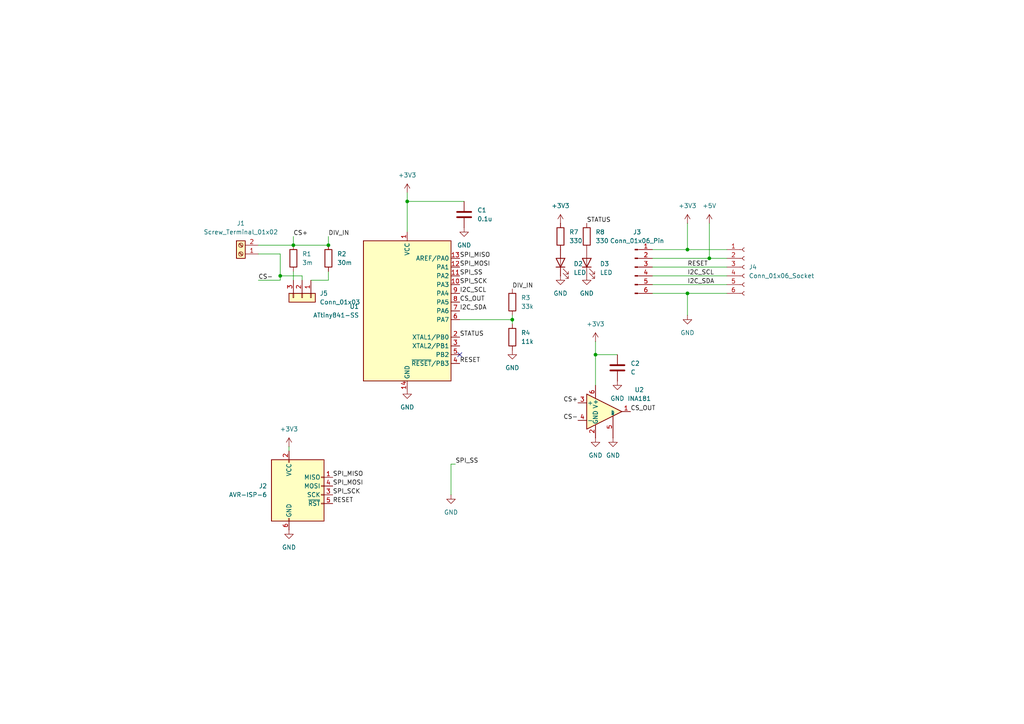
<source format=kicad_sch>
(kicad_sch (version 20231120) (generator "eeschema") (generator_version "8.0")
  (paper "A4")
  (lib_symbols
    (symbol "Amplifier_Current:INA181" (pin_names (offset 0.127))
      (property "Reference" "U" (at 3.81 3.81 0))
      (property "Value" "INA181" (at 3.81 -2.54 0))
      (symbol "INA181_0_1"
        (polyline (pts (xy 5.08 0) (xy -5.08 5.08) (xy -5.08 -5.08) (xy 5.08 0)) (stroke (width 0.254)) (fill (type background)))
      )
      (symbol "INA181_1_1"
        (pin output line (at 7.62 0 180) (length 2.54) (name "~") (number "1"))
        (pin power_in line (at -2.54 -7.62 90) (length 3.81) (name "GND") (number "2"))
        (pin input line (at -7.62 2.54 0) (length 2.54) (name "+") (number "3"))
        (pin input line (at -7.62 -2.54 0) (length 2.54) (name "-") (number "4"))
        (pin input line (at 2.54 -7.62 90) (length 6.35) (name "REF") (number "5"))
        (pin power_in line (at -2.54 7.62 270) (length 3.81) (name "V+") (number "6"))
      )
    )
    (symbol "Connector:AVR-ISP-6" (pin_names (offset 1.016))
      (property "Reference" "J" (at -6.35 11.43 0))
      (property "Value" "AVR-ISP-6" (at 0 11.43 0))
      (symbol "AVR-ISP-6_0_1"
        (rectangle (start -2.667 -6.858) (end -2.413 -7.62))
        (rectangle (start -2.667 10.16) (end -2.413 9.398))
        (rectangle (start 7.62 -2.413) (end 6.858 -2.667))
        (rectangle (start 7.62 0.127) (end 6.858 -0.127))
        (rectangle (start 7.62 2.667) (end 6.858 2.413))
        (rectangle (start 7.62 5.207) (end 6.858 4.953))
        (rectangle (start 7.62 10.16) (end -7.62 -7.62) (stroke (width 0.254)) (fill (type background)))
      )
      (symbol "AVR-ISP-6_1_1"
        (pin passive line (at 10.16 5.08 180) (length 2.54) (name "MISO") (number "1"))
        (pin passive line (at -2.54 12.7 270) (length 2.54) (name "VCC") (number "2"))
        (pin passive line (at 10.16 0 180) (length 2.54) (name "SCK") (number "3"))
        (pin passive line (at 10.16 2.54 180) (length 2.54) (name "MOSI") (number "4"))
        (pin passive line (at 10.16 -2.54 180) (length 2.54) (name "~{RST}") (number "5"))
        (pin passive line (at -2.54 -10.16 90) (length 2.54) (name "GND") (number "6"))
      )
    )
    (symbol "Connector:Conn_01x06_Pin" (pin_names (offset 1.016) hide)
      (property "Reference" "J" (at 0 7.62 0))
      (property "Value" "Conn_01x06_Pin" (at 0 -10.16 0))
      (symbol "Conn_01x06_Pin_1_1"
        (polyline (pts (xy 1.27 -7.62) (xy 0.8636 -7.62)) (stroke (width 0.1524)))
        (polyline (pts (xy 1.27 -5.08) (xy 0.8636 -5.08)) (stroke (width 0.1524)))
        (polyline (pts (xy 1.27 -2.54) (xy 0.8636 -2.54)) (stroke (width 0.1524)))
        (polyline (pts (xy 1.27 0) (xy 0.8636 0)) (stroke (width 0.1524)))
        (polyline (pts (xy 1.27 2.54) (xy 0.8636 2.54)) (stroke (width 0.1524)))
        (polyline (pts (xy 1.27 5.08) (xy 0.8636 5.08)) (stroke (width 0.1524)))
        (rectangle (start 0.8636 -7.493) (end 0 -7.747) (stroke (width 0.1524)) (fill (type outline)))
        (rectangle (start 0.8636 -4.953) (end 0 -5.207) (stroke (width 0.1524)) (fill (type outline)))
        (rectangle (start 0.8636 -2.413) (end 0 -2.667) (stroke (width 0.1524)) (fill (type outline)))
        (rectangle (start 0.8636 0.127) (end 0 -0.127) (stroke (width 0.1524)) (fill (type outline)))
        (rectangle (start 0.8636 2.667) (end 0 2.413) (stroke (width 0.1524)) (fill (type outline)))
        (rectangle (start 0.8636 5.207) (end 0 4.953) (stroke (width 0.1524)) (fill (type outline)))
        (pin passive line (at 5.08 5.08 180) (length 3.81) (name "Pin_1") (number "1"))
        (pin passive line (at 5.08 2.54 180) (length 3.81) (name "Pin_2") (number "2"))
        (pin passive line (at 5.08 0 180) (length 3.81) (name "Pin_3") (number "3"))
        (pin passive line (at 5.08 -2.54 180) (length 3.81) (name "Pin_4") (number "4"))
        (pin passive line (at 5.08 -5.08 180) (length 3.81) (name "Pin_5") (number "5"))
        (pin passive line (at 5.08 -7.62 180) (length 3.81) (name "Pin_6") (number "6"))
      )
    )
    (symbol "Connector:Conn_01x06_Socket" (pin_names (offset 1.016) hide)
      (property "Reference" "J" (at 0 7.62 0))
      (property "Value" "Conn_01x06_Socket" (at 0 -10.16 0))
      (symbol "Conn_01x06_Socket_1_1"
        (arc (start 0 -7.112) (mid -0.5058 -7.62) (end 0 -8.128) (stroke (width 0.1524)))
        (arc (start 0 -4.572) (mid -0.5058 -5.08) (end 0 -5.588) (stroke (width 0.1524)))
        (arc (start 0 -2.032) (mid -0.5058 -2.54) (end 0 -3.048) (stroke (width 0.1524)))
        (polyline (pts (xy -1.27 -7.62) (xy -0.508 -7.62)) (stroke (width 0.1524)))
        (polyline (pts (xy -1.27 -5.08) (xy -0.508 -5.08)) (stroke (width 0.1524)))
        (polyline (pts (xy -1.27 -2.54) (xy -0.508 -2.54)) (stroke (width 0.1524)))
        (polyline (pts (xy -1.27 0) (xy -0.508 0)) (stroke (width 0.1524)))
        (polyline (pts (xy -1.27 2.54) (xy -0.508 2.54)) (stroke (width 0.1524)))
        (polyline (pts (xy -1.27 5.08) (xy -0.508 5.08)) (stroke (width 0.1524)))
        (arc (start 0 0.508) (mid -0.5058 0) (end 0 -0.508) (stroke (width 0.1524)))
        (arc (start 0 3.048) (mid -0.5058 2.54) (end 0 2.032) (stroke (width 0.1524)))
        (arc (start 0 5.588) (mid -0.5058 5.08) (end 0 4.572) (stroke (width 0.1524)))
        (pin passive line (at -5.08 5.08 0) (length 3.81) (name "Pin_1") (number "1"))
        (pin passive line (at -5.08 2.54 0) (length 3.81) (name "Pin_2") (number "2"))
        (pin passive line (at -5.08 0 0) (length 3.81) (name "Pin_3") (number "3"))
        (pin passive line (at -5.08 -2.54 0) (length 3.81) (name "Pin_4") (number "4"))
        (pin passive line (at -5.08 -5.08 0) (length 3.81) (name "Pin_5") (number "5"))
        (pin passive line (at -5.08 -7.62 0) (length 3.81) (name "Pin_6") (number "6"))
      )
    )
    (symbol "Connector:Screw_Terminal_01x02" (pin_names (offset 1.016) hide)
      (property "Reference" "J" (at 0 2.54 0))
      (property "Value" "Screw_Terminal_01x02" (at 0 -5.08 0))
      (symbol "Screw_Terminal_01x02_1_1"
        (rectangle (start -1.27 1.27) (end 1.27 -3.81) (stroke (width 0.254)) (fill (type background)))
        (circle (center 0 -2.54) (radius 0.635) (stroke (width 0.1524)))
        (polyline (pts (xy -0.5334 -2.2098) (xy 0.3302 -3.048)) (stroke (width 0.1524)))
        (polyline (pts (xy -0.5334 0.3302) (xy 0.3302 -0.508)) (stroke (width 0.1524)))
        (polyline (pts (xy -0.3556 -2.032) (xy 0.508 -2.8702)) (stroke (width 0.1524)))
        (polyline (pts (xy -0.3556 0.508) (xy 0.508 -0.3302)) (stroke (width 0.1524)))
        (circle (center 0 0) (radius 0.635) (stroke (width 0.1524)))
        (pin passive line (at -5.08 0 0) (length 3.81) (name "Pin_1") (number "1"))
        (pin passive line (at -5.08 -2.54 0) (length 3.81) (name "Pin_2") (number "2"))
      )
    )
    (symbol "Connector_Generic:Conn_01x03" (pin_names (offset 1.016) hide)
      (property "Reference" "J" (at 0 5.08 0))
      (property "Value" "Conn_01x03" (at 0 -5.08 0))
      (symbol "Conn_01x03_1_1"
        (rectangle (start -1.27 -2.413) (end 0 -2.667) (stroke (width 0.1524)))
        (rectangle (start -1.27 0.127) (end 0 -0.127) (stroke (width 0.1524)))
        (rectangle (start -1.27 2.667) (end 0 2.413) (stroke (width 0.1524)))
        (rectangle (start -1.27 3.81) (end 1.27 -3.81) (stroke (width 0.254)) (fill (type background)))
        (pin passive line (at -5.08 2.54 0) (length 3.81) (name "Pin_1") (number "1"))
        (pin passive line (at -5.08 0 0) (length 3.81) (name "Pin_2") (number "2"))
        (pin passive line (at -5.08 -2.54 0) (length 3.81) (name "Pin_3") (number "3"))
      )
    )
    (symbol "Device:C" (pin_numbers hide) (pin_names (offset 0.254))
      (property "Reference" "C" (at 0.635 2.54 0))
      (property "Value" "C" (at 0.635 -2.54 0))
      (symbol "C_0_1"
        (polyline (pts (xy -2.032 -0.762) (xy 2.032 -0.762)) (stroke (width 0.508)))
        (polyline (pts (xy -2.032 0.762) (xy 2.032 0.762)) (stroke (width 0.508)))
      )
      (symbol "C_1_1"
        (pin passive line (at 0 3.81 270) (length 2.794) (name "~") (number "1"))
        (pin passive line (at 0 -3.81 90) (length 2.794) (name "~") (number "2"))
      )
    )
    (symbol "Device:LED" (pin_numbers hide) (pin_names (offset 1.016) hide)
      (property "Reference" "D" (at 0 2.54 0))
      (property "Value" "LED" (at 0 -2.54 0))
      (symbol "LED_0_1"
        (polyline (pts (xy -1.27 -1.27) (xy -1.27 1.27)) (stroke (width 0.254)))
        (polyline (pts (xy -1.27 0) (xy 1.27 0)))
        (polyline (pts (xy 1.27 -1.27) (xy 1.27 1.27) (xy -1.27 0) (xy 1.27 -1.27)) (stroke (width 0.254)))
        (polyline (pts (xy -3.048 -0.762) (xy -4.572 -2.286) (xy -3.81 -2.286) (xy -4.572 -2.286) (xy -4.572 -1.524)))
        (polyline (pts (xy -1.778 -0.762) (xy -3.302 -2.286) (xy -2.54 -2.286) (xy -3.302 -2.286) (xy -3.302 -1.524)))
      )
      (symbol "LED_1_1"
        (pin passive line (at -3.81 0 0) (length 2.54) (name "K") (number "1"))
        (pin passive line (at 3.81 0 180) (length 2.54) (name "A") (number "2"))
      )
    )
    (symbol "Device:R" (pin_numbers hide) (pin_names (offset 0))
      (property "Reference" "R" (at 2.032 0 90))
      (property "Value" "R" (at 0 0 90))
      (symbol "R_0_1"
        (rectangle (start -1.016 -2.54) (end 1.016 2.54) (stroke (width 0.254)))
      )
      (symbol "R_1_1"
        (pin passive line (at 0 3.81 270) (length 1.27) (name "~") (number "1"))
        (pin passive line (at 0 -3.81 90) (length 1.27) (name "~") (number "2"))
      )
    )
    (symbol "MCU_Microchip_ATtiny:ATtiny841-SS"
      (property "Reference" "U" (at -12.7 21.59 0))
      (property "Value" "ATtiny841-SS" (at 2.54 -21.59 0))
      (symbol "ATtiny841-SS_0_1"
        (rectangle (start -12.7 -20.32) (end 12.7 20.32) (stroke (width 0.254)) (fill (type background)))
      )
      (symbol "ATtiny841-SS_1_1"
        (pin power_in line (at 0 22.86 270) (length 2.54) (name "VCC") (number "1"))
        (pin bidirectional line (at 15.24 7.62 180) (length 2.54) (name "PA3") (number "10"))
        (pin bidirectional line (at 15.24 10.16 180) (length 2.54) (name "PA2") (number "11"))
        (pin bidirectional line (at 15.24 12.7 180) (length 2.54) (name "PA1") (number "12"))
        (pin bidirectional line (at 15.24 15.24 180) (length 2.54) (name "AREF/PA0") (number "13"))
        (pin power_in line (at 0 -22.86 90) (length 2.54) (name "GND") (number "14"))
        (pin bidirectional line (at 15.24 -7.62 180) (length 2.54) (name "XTAL1/PB0") (number "2"))
        (pin bidirectional line (at 15.24 -10.16 180) (length 2.54) (name "XTAL2/PB1") (number "3"))
        (pin bidirectional line (at 15.24 -15.24 180) (length 2.54) (name "~{RESET}/PB3") (number "4"))
        (pin bidirectional line (at 15.24 -12.7 180) (length 2.54) (name "PB2") (number "5"))
        (pin bidirectional line (at 15.24 -2.54 180) (length 2.54) (name "PA7") (number "6"))
        (pin bidirectional line (at 15.24 0 180) (length 2.54) (name "PA6") (number "7"))
        (pin bidirectional line (at 15.24 2.54 180) (length 2.54) (name "PA5") (number "8"))
        (pin bidirectional line (at 15.24 5.08 180) (length 2.54) (name "PA4") (number "9"))
      )
    )
    (symbol "power:+3V3" (power) (pin_numbers hide) (pin_names (offset 0) hide)
      (property "Value" "+3V3" (at 0 3.556 0))
      (symbol "+3V3_0_1"
        (polyline (pts (xy -0.762 1.27) (xy 0 2.54)))
        (polyline (pts (xy 0 0) (xy 0 2.54)))
        (polyline (pts (xy 0 2.54) (xy 0.762 1.27)))
      )
      (symbol "+3V3_1_1"
        (pin power_in line (at 0 0 90) (length 0) (name "~") (number "1"))
      )
    )
    (symbol "power:+5V" (power) (pin_numbers hide) (pin_names (offset 0) hide)
      (property "Value" "+5V" (at 0 3.556 0))
      (symbol "+5V_0_1"
        (polyline (pts (xy -0.762 1.27) (xy 0 2.54)))
        (polyline (pts (xy 0 0) (xy 0 2.54)))
        (polyline (pts (xy 0 2.54) (xy 0.762 1.27)))
      )
      (symbol "+5V_1_1"
        (pin power_in line (at 0 0 90) (length 0) (name "~") (number "1"))
      )
    )
    (symbol "power:GND" (power) (pin_numbers hide) (pin_names (offset 0) hide)
      (property "Value" "GND" (at 0 -3.81 0))
      (symbol "GND_0_1"
        (polyline (pts (xy 0 0) (xy 0 -1.27) (xy 1.27 -1.27) (xy 0 -2.54) (xy -1.27 -1.27) (xy 0 -1.27)))
      )
      (symbol "GND_1_1"
        (pin power_in line (at 0 0 270) (length 0) (name "~") (number "1"))
      )
    )
  )
  (junction (at 95.25 71.12))
  (junction (at 81.28 80.01))
  (junction (at 172.72 102.87))
  (junction (at 85.09 71.12))
  (junction (at 199.39 85.09))
  (junction (at 199.39 72.39))
  (junction (at 205.74 74.93))
  (junction (at 148.59 92.71))
  (junction (at 118.11 58.42))
  (no_connect (at 133.35 102.87))
  (wire (pts (xy 81.28 81.28) (xy 81.28 80.01)))
  (wire (pts (xy 118.11 55.88) (xy 118.11 58.42)))
  (wire (pts (xy 74.93 81.28) (xy 81.28 81.28)))
  (wire (pts (xy 95.25 68.58) (xy 95.25 71.12)))
  (wire (pts (xy 205.74 64.77) (xy 205.74 74.93)))
  (wire (pts (xy 172.72 102.87) (xy 172.72 111.76)))
  (wire (pts (xy 133.35 92.71) (xy 148.59 92.71)))
  (wire (pts (xy 199.39 85.09) (xy 199.39 91.44)))
  (wire (pts (xy 85.09 68.58) (xy 85.09 71.12)))
  (wire (pts (xy 205.74 74.93) (xy 210.82 74.93)))
  (wire (pts (xy 199.39 85.09) (xy 210.82 85.09)))
  (wire (pts (xy 85.09 71.12) (xy 95.25 71.12)))
  (wire (pts (xy 172.72 99.06) (xy 172.72 102.87)))
  (wire (pts (xy 74.93 73.66) (xy 81.28 73.66)))
  (wire (pts (xy 130.81 143.51) (xy 130.81 134.62)))
  (wire (pts (xy 189.23 77.47) (xy 210.82 77.47)))
  (wire (pts (xy 189.23 74.93) (xy 205.74 74.93)))
  (wire (pts (xy 90.17 81.28) (xy 95.25 81.28)))
  (wire (pts (xy 118.11 58.42) (xy 134.62 58.42)))
  (wire (pts (xy 130.81 134.62) (xy 132.08 134.62)))
  (wire (pts (xy 87.63 81.28) (xy 87.63 80.01)))
  (wire (pts (xy 148.59 92.71) (xy 148.59 93.98)))
  (wire (pts (xy 172.72 102.87) (xy 179.07 102.87)))
  (wire (pts (xy 148.59 91.44) (xy 148.59 92.71)))
  (wire (pts (xy 199.39 72.39) (xy 210.82 72.39)))
  (wire (pts (xy 189.23 72.39) (xy 199.39 72.39)))
  (wire (pts (xy 87.63 80.01) (xy 81.28 80.01)))
  (wire (pts (xy 118.11 58.42) (xy 118.11 67.31)))
  (wire (pts (xy 189.23 82.55) (xy 210.82 82.55)))
  (wire (pts (xy 189.23 85.09) (xy 199.39 85.09)))
  (wire (pts (xy 85.09 78.74) (xy 85.09 81.28)))
  (wire (pts (xy 83.82 129.54) (xy 83.82 130.81)))
  (wire (pts (xy 199.39 64.77) (xy 199.39 72.39)))
  (wire (pts (xy 81.28 73.66) (xy 81.28 80.01)))
  (wire (pts (xy 95.25 81.28) (xy 95.25 78.74)))
  (wire (pts (xy 74.93 71.12) (xy 85.09 71.12)))
  (wire (pts (xy 189.23 80.01) (xy 210.82 80.01)))
  (label "I2C_SCL" (at 133.35 85.09 0))
  (label "SPI_SCK" (at 133.35 82.55 0))
  (label "SPI_SS" (at 132.08 134.62 0))
  (label "I2C_SCL" (at 199.39 80.01 0))
  (label "RESET" (at 96.52 146.05 0))
  (label "SPI_MOSI" (at 133.35 77.47 0))
  (label "CS+" (at 167.64 116.84 180))
  (label "CS-" (at 167.64 121.92 180))
  (label "I2C_SDA" (at 199.39 82.55 0))
  (label "RESET" (at 199.39 77.47 0))
  (label "SPI_MOSI" (at 96.52 140.97 0))
  (label "DIV_IN" (at 95.25 68.58 0))
  (label "SPI_SCK" (at 96.52 143.51 0))
  (label "CS+" (at 85.09 68.58 0))
  (label "SPI_MISO" (at 96.52 138.43 0))
  (label "CS-" (at 74.93 81.28 0))
  (label "STATUS" (at 170.18 64.77 0))
  (label "CS_OUT" (at 133.35 87.63 0))
  (label "SPI_SS" (at 133.35 80.01 0))
  (label "RESET" (at 133.35 105.41 0))
  (label "CS_OUT" (at 182.88 119.38 0))
  (label "DIV_IN" (at 148.59 83.82 0))
  (label "STATUS" (at 133.35 97.79 0))
  (label "SPI_MISO" (at 133.35 74.93 0))
  (label "I2C_SDA" (at 133.35 90.17 0))
  (symbol (lib_id "power:GND") (at 118.11 113.03 0) (unit 1)
    (property "Reference" "#PWR06" (effects (hide yes)))
    (property "Value" "GND" (at 118.11 118.11 0))
    (property "Description" "Power symbol creates a global label with name \"GND\" , ground" (effects (hide yes)))
  )
  (symbol (lib_id "Connector:Conn_01x06_Socket") (at 215.9 77.47 0) (unit 1)
    (property "Reference" "J4" (at 217.17 77.4699 0) (effects (justify left)))
    (property "Value" "Conn_01x06_Socket" (at 217.17 80.0099 0) (effects (justify left)))
    (property "Footprint" "Connector_PinSocket_2.54mm:PinSocket_1x06_P2.54mm_Horizontal" (effects (hide yes)))
    (property "Description" "Generic connector, single row, 01x06, script generated" (effects (hide yes)))
  )
  (symbol (lib_id "power:+3V3") (at 162.56 64.77 0) (unit 1)
    (property "Reference" "#PWR015" (effects (hide yes)))
    (property "Value" "+3V3" (at 162.56 59.69 0))
    (property "Description" "Power symbol creates a global label with name \"+3V3\"" (effects (hide yes)))
  )
  (symbol (lib_id "power:+3V3") (at 172.72 99.06 0) (unit 1)
    (property "Reference" "#PWR01" (effects (hide yes)))
    (property "Value" "+3V3" (at 172.72 93.98 0))
    (property "Description" "Power symbol creates a global label with name \"+3V3\"" (effects (hide yes)))
  )
  (symbol (lib_id "Device:LED") (at 162.56 76.2 90) (unit 1)
    (property "Reference" "D2" (at 166.37 76.5174 90) (effects (justify right)))
    (property "Value" "LED" (at 166.37 79.0574 90) (effects (justify right)))
    (property "Footprint" "LED_SMD:LED_0603_1608Metric" (effects (hide yes)))
    (property "Description" "Light emitting diode" (effects (hide yes)))
  )
  (symbol (lib_id "power:GND") (at 179.07 110.49 0) (unit 1)
    (property "Reference" "#PWR02" (effects (hide yes)))
    (property "Value" "GND" (at 179.07 115.57 0))
    (property "Description" "Power symbol creates a global label with name \"GND\" , ground" (effects (hide yes)))
  )
  (symbol (lib_id "power:GND") (at 130.81 143.51 0) (unit 1)
    (property "Reference" "#PWR07" (effects (hide yes)))
    (property "Value" "GND" (at 130.81 148.59 0))
    (property "Description" "Power symbol creates a global label with name \"GND\" , ground" (effects (hide yes)))
  )
  (symbol (lib_id "Device:R") (at 162.56 68.58 0) (unit 1)
    (property "Reference" "R7" (at 165.1 67.3099 0) (effects (justify left)))
    (property "Value" "330" (at 165.1 69.8499 0) (effects (justify left)))
    (property "Footprint" "Resistor_SMD:R_0603_1608Metric" (effects (hide yes)))
    (property "Description" "Resistor" (effects (hide yes)))
  )
  (symbol (lib_id "Device:C") (at 179.07 106.68 0) (unit 1)
    (property "Reference" "C2" (at 182.88 105.4099 0) (effects (justify left)))
    (property "Value" "C" (at 182.88 107.9499 0) (effects (justify left)))
    (property "Footprint" "Capacitor_SMD:C_0603_1608Metric" (effects (hide yes)))
    (property "Description" "Unpolarized capacitor" (effects (hide yes)))
  )
  (symbol (lib_id "power:GND") (at 134.62 66.04 0) (unit 1)
    (property "Reference" "#PWR08" (effects (hide yes)))
    (property "Value" "GND" (at 134.62 71.12 0))
    (property "Description" "Power symbol creates a global label with name \"GND\" , ground" (effects (hide yes)))
  )
  (symbol (lib_id "Device:R") (at 95.25 74.93 0) (unit 1)
    (property "Reference" "R2" (at 97.79 73.6599 0) (effects (justify left)))
    (property "Value" "30m" (at 97.79 76.1999 0) (effects (justify left)))
    (property "Footprint" "Resistor_SMD:R_0603_1608Metric" (effects (hide yes)))
    (property "Description" "Resistor" (effects (hide yes)))
  )
  (symbol (lib_id "Connector:Screw_Terminal_01x02") (at 69.85 73.66 180) (unit 1)
    (property "Reference" "J1" (at 69.85 64.77 0))
    (property "Value" "Screw_Terminal_01x02" (at 69.85 67.31 0))
    (property "Footprint" "TerminalBlock_Phoenix:TerminalBlock_Phoenix_MPT-0,5-2-2.54_1x02_P2.54mm_Horizontal" (effects (hide yes)))
    (property "Description" "Generic screw terminal, single row, 01x02, script generated (kicad-library-utils/schlib/autogen/connector/)" (effects (hide yes)))
  )
  (symbol (lib_id "power:GND") (at 199.39 91.44 0) (unit 1)
    (property "Reference" "#PWR019" (effects (hide yes)))
    (property "Value" "GND" (at 199.39 96.52 0))
    (property "Description" "Power symbol creates a global label with name \"GND\" , ground" (effects (hide yes)))
  )
  (symbol (lib_id "Connector:Conn_01x06_Pin") (at 184.15 77.47 0) (unit 1)
    (property "Reference" "J3" (at 184.785 67.31 0))
    (property "Value" "Conn_01x06_Pin" (at 184.785 69.85 0))
    (property "Footprint" "Connector_PinHeader_2.54mm:PinHeader_1x06_P2.54mm_Horizontal" (effects (hide yes)))
    (property "Description" "Generic connector, single row, 01x06, script generated" (effects (hide yes)))
  )
  (symbol (lib_id "Device:R") (at 148.59 87.63 0) (unit 1)
    (property "Reference" "R3" (at 151.13 86.3599 0) (effects (justify left)))
    (property "Value" "33k" (at 151.13 88.8999 0) (effects (justify left)))
    (property "Footprint" "Resistor_SMD:R_0603_1608Metric" (effects (hide yes)))
    (property "Description" "Resistor" (effects (hide yes)))
  )
  (symbol (lib_id "Device:R") (at 170.18 68.58 0) (unit 1)
    (property "Reference" "R8" (at 172.72 67.3099 0) (effects (justify left)))
    (property "Value" "330" (at 172.72 69.8499 0) (effects (justify left)))
    (property "Footprint" "Resistor_SMD:R_0603_1608Metric" (effects (hide yes)))
    (property "Description" "Resistor" (effects (hide yes)))
  )
  (symbol (lib_id "Device:R") (at 85.09 74.93 0) (unit 1)
    (property "Reference" "R1" (at 87.63 73.6599 0) (effects (justify left)))
    (property "Value" "3m" (at 87.63 76.1999 0) (effects (justify left)))
    (property "Footprint" "Resistor_SMD:R_0603_1608Metric" (effects (hide yes)))
    (property "Description" "Resistor" (effects (hide yes)))
  )
  (symbol (lib_id "power:GND") (at 170.18 80.01 0) (unit 1)
    (property "Reference" "#PWR017" (effects (hide yes)))
    (property "Value" "GND" (at 170.18 85.09 0))
    (property "Description" "Power symbol creates a global label with name \"GND\" , ground" (effects (hide yes)))
  )
  (symbol (lib_id "power:+3V3") (at 118.11 55.88 0) (unit 1)
    (property "Reference" "#PWR05" (effects (hide yes)))
    (property "Value" "+3V3" (at 118.11 50.8 0))
    (property "Description" "Power symbol creates a global label with name \"+3V3\"" (effects (hide yes)))
  )
  (symbol (lib_id "power:+3V3") (at 199.39 64.77 0) (unit 1)
    (property "Reference" "#PWR018" (effects (hide yes)))
    (property "Value" "+3V3" (at 199.39 59.69 0))
    (property "Description" "Power symbol creates a global label with name \"+3V3\"" (effects (hide yes)))
  )
  (symbol (lib_id "power:GND") (at 148.59 101.6 0) (unit 1)
    (property "Reference" "#PWR011" (effects (hide yes)))
    (property "Value" "GND" (at 148.59 106.68 0))
    (property "Description" "Power symbol creates a global label with name \"GND\" , ground" (effects (hide yes)))
  )
  (symbol (lib_id "Device:LED") (at 170.18 76.2 90) (unit 1)
    (property "Reference" "D3" (at 173.99 76.5174 90) (effects (justify right)))
    (property "Value" "LED" (at 173.99 79.0574 90) (effects (justify right)))
    (property "Footprint" "LED_SMD:LED_0603_1608Metric" (effects (hide yes)))
    (property "Description" "Light emitting diode" (effects (hide yes)))
  )
  (symbol (lib_id "Device:R") (at 148.59 97.79 0) (unit 1)
    (property "Reference" "R4" (at 151.13 96.5199 0) (effects (justify left)))
    (property "Value" "11k" (at 151.13 99.0599 0) (effects (justify left)))
    (property "Footprint" "Resistor_SMD:R_0603_1608Metric" (effects (hide yes)))
    (property "Description" "Resistor" (effects (hide yes)))
  )
  (symbol (lib_id "power:GND") (at 177.8 127 0) (unit 1)
    (property "Reference" "#PWR010" (effects (hide yes)))
    (property "Value" "GND" (at 177.8 132.08 0))
    (property "Description" "Power symbol creates a global label with name \"GND\" , ground" (effects (hide yes)))
  )
  (symbol (lib_id "Connector_Generic:Conn_01x03") (at 87.63 86.36 270) (unit 1)
    (property "Reference" "J5" (at 92.71 85.0899 90) (effects (justify left)))
    (property "Value" "Conn_01x03" (at 92.71 87.6299 90) (effects (justify left)))
    (property "Footprint" "Jumper:SolderJumper-3_P1.3mm_Open_Pad1.0x1.5mm" (effects (hide yes)))
    (property "Description" "Generic connector, single row, 01x03, script generated (kicad-library-utils/schlib/autogen/connector/)" (effects (hide yes)))
  )
  (symbol (lib_id "power:GND") (at 162.56 80.01 0) (unit 1)
    (property "Reference" "#PWR016" (effects (hide yes)))
    (property "Value" "GND" (at 162.56 85.09 0))
    (property "Description" "Power symbol creates a global label with name \"GND\" , ground" (effects (hide yes)))
  )
  (symbol (lib_id "Device:C") (at 134.62 62.23 0) (unit 1)
    (property "Reference" "C1" (at 138.43 60.9599 0) (effects (justify left)))
    (property "Value" "0.1u" (at 138.43 63.4999 0) (effects (justify left)))
    (property "Footprint" "Capacitor_SMD:C_0603_1608Metric" (effects (hide yes)))
    (property "Description" "Unpolarized capacitor" (effects (hide yes)))
  )
  (symbol (lib_id "Amplifier_Current:INA181") (at 175.26 119.38 0) (unit 1)
    (property "Reference" "U2" (at 185.42 113.0614 0))
    (property "Value" "INA181" (at 185.42 115.6014 0))
    (property "Footprint" "Package_TO_SOT_SMD:SOT-23-6" (effects (hide yes)))
    (property "Datasheet" "http://www.ti.com/lit/ds/symlink/ina181.pdf" (effects (hide yes)))
    (property "Description" "Bidirectional, Low- and High-Side Voltage Output, Current-Sense Amplifier, SOT-23-6" (effects (hide yes)))
  )
  (symbol (lib_id "power:GND") (at 172.72 127 0) (unit 1)
    (property "Reference" "#PWR09" (effects (hide yes)))
    (property "Value" "GND" (at 172.72 132.08 0))
    (property "Description" "Power symbol creates a global label with name \"GND\" , ground" (effects (hide yes)))
  )
  (symbol (lib_id "MCU_Microchip_ATtiny:ATtiny841-SS") (at 118.11 90.17 0) (unit 1)
    (property "Reference" "U1" (at 104.14 88.8999 0) (effects (justify right)))
    (property "Value" "ATtiny841-SS" (at 104.14 91.4399 0) (effects (justify right)))
    (property "Footprint" "Package_SO:SOIC-14_3.9x8.7mm_P1.27mm" (effects (hide yes)))
    (property "Datasheet" "http://ww1.microchip.com/downloads/en/DeviceDoc/Atmel-8495-8-bit-AVR-Microcontrollers-ATtiny441-ATtiny841_Datasheet.pdf" (effects (hide yes)))
    (property "Description" "16MHz, 8kB Flash, 512B SRAM, 512B EEPROM, ADC, ACI, debugWIRE, SOIC-14" (effects (hide yes)))
  )
  (symbol (lib_id "power:+5V") (at 205.74 64.77 0) (unit 1)
    (property "Reference" "#PWR020" (effects (hide yes)))
    (property "Value" "+5V" (at 205.74 59.69 0))
    (property "Description" "Power symbol creates a global label with name \"+5V\"" (effects (hide yes)))
  )
  (symbol (lib_id "power:+3V3") (at 83.82 129.54 0) (unit 1)
    (property "Reference" "#PWR03" (effects (hide yes)))
    (property "Value" "+3V3" (at 83.82 124.46 0))
    (property "Description" "Power symbol creates a global label with name \"+3V3\"" (effects (hide yes)))
  )
  (symbol (lib_id "power:GND") (at 83.82 153.67 0) (unit 1)
    (property "Reference" "#PWR04" (effects (hide yes)))
    (property "Value" "GND" (at 83.82 158.75 0))
    (property "Description" "Power symbol creates a global label with name \"GND\" , ground" (effects (hide yes)))
  )
  (symbol (lib_id "Connector:AVR-ISP-6") (at 86.36 143.51 0) (unit 1)
    (property "Reference" "J2" (at 77.47 140.9699 0) (effects (justify right)))
    (property "Value" "AVR-ISP-6" (at 77.47 143.5099 0) (effects (justify right)))
    (property "Footprint" "Connector:Tag-Connect_TC2030-IDC-NL_2x03_P1.27mm_Vertical" (effects (hide yes)))
    (property "Description" "Atmel 6-pin ISP connector" (effects (hide yes)))
  )
)
</source>
